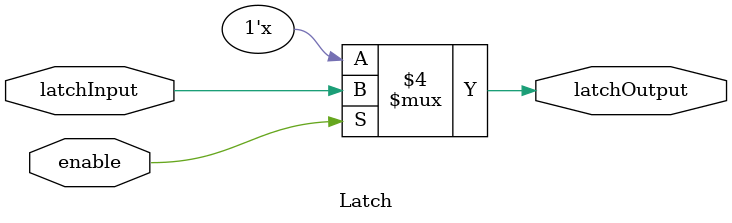
<source format=v>
`timescale 1ns / 1ps
module Latch(
	 input enable,
    input latchInput,
    output reg latchOutput
    );

always@ (enable)
	begin
	if (enable == 1'b1)
		begin
		latchOutput <= latchInput;
		end
	else
		latchOutput <= latchOutput;
	end

endmodule

</source>
